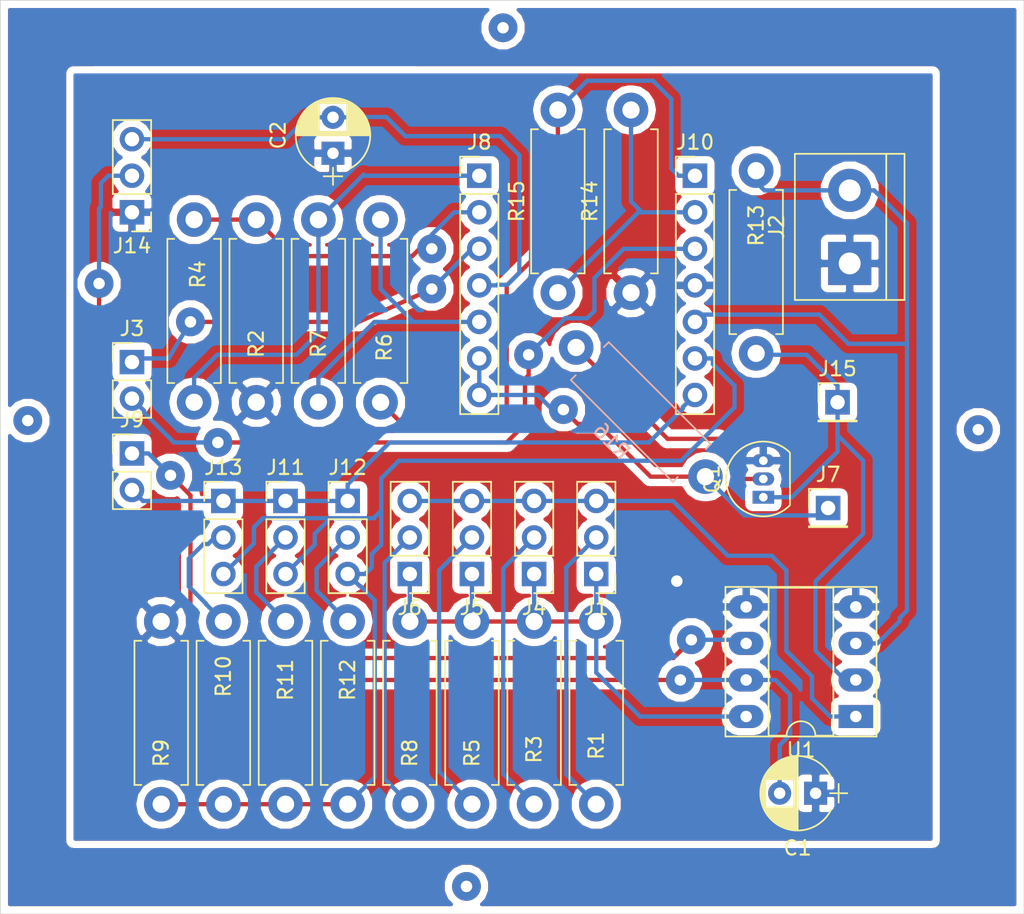
<source format=kicad_pcb>
(kicad_pcb (version 20171130) (host pcbnew 6.0.0-rc1-unknown-445a9fa~66~ubuntu16.04.1)
  (layers (0 F.Cu signal) (31 B.Cu signal) (34 B.Paste user) (35 F.Paste user) (36 B.SilkS user) (37 F.SilkS user hide) (38 B.Mask user) (39 F.Mask user) (44 Edge.Cuts user))
  (net 0 "")
  (net 1 +3V3)
  (net 2 SollarCell-)
  (net 3 +5V)
  (net 4 "Net-(J1-Pad3)")
  (net 5 "Net-(J1-Pad2)")
  (net 6 "Net-(J1-Pad1)")
  (net 7 +3)
  (net 8 +1)
  (net 9 "Net-(J4-Pad2)")
  (net 10 "Net-(J5-Pad2)")
  (net 11 "Net-(J6-Pad2)")
  (net 12 -2)
  (net 13 Out1)
  (net 14 -1)
  (net 15 +2)
  (net 16 ADC1)
  (net 17 ADC2)
  (net 18 -3)
  (net 19 "Net-(J11-Pad2)")
  (net 20 "Net-(J12-Pad2)")
  (net 21 "Net-(J13-Pad2)")
  (net 22 "Net-(J15-Pad1)")
  (net 23 +4)
  (net 24 -4)
  (net 25 Out4)
  (net 26 Vgs)
  (module TO_SOT_Packages_THT:TO-92_Inline_Narrow_Oval (layer F.Cu) (at 221.285 100.58 90)
    (fp_text reference Q1 (at 1.27 -3.56 90) (layer F.SilkS))
    (fp_text value BS170)
    (pad 1 thru_hole rect (at 0 0 270) (size 0.9 1.5) (drill 0.6) (layers *.Cu *.Mask) (net 22 "Net-(J15-Pad1)"))
    (pad 3 thru_hole oval (at 2.54 0 270) (size 0.9 1.5) (drill 0.6) (layers *.Cu *.Mask) (net 2 SollarCell-))
    (pad 2 thru_hole oval (at 1.27 0 270) (size 0.9 1.5) (drill 0.6) (layers *.Cu *.Mask) (net 26 Vgs))
  )
  (module Resistors_THT:R_Axial_DIN0411_L9.9mm_D3.6mm_P12.70mm_Horizontal (layer F.Cu) (at 220.785 77.88 270)
    (fp_text reference R13 (at 3.81 0 270) (layer F.SilkS))
    (fp_text value R)
    (pad 2 thru_hole oval (at 12.7 0 270) (size 2.4 2.4) (drill 1.2) (layers *.Cu *.Mask) (net 22 "Net-(J15-Pad1)"))
    (pad 1 thru_hole circle (at 0 0 270) (size 2.4 2.4) (drill 1.2) (layers *.Cu *.Mask) (net 7 +3))
  )
  (module Housings_DIP:DIP-8_W7.62mm_Socket_LongPads (layer F.Cu) (at 227.711 115.824 180)
    (fp_text reference U1 (at 3.81 -2.33 180) (layer F.SilkS))
    (fp_text value INA128)
    (pad 8 thru_hole oval (at 7.62 0 180) (size 2.4 1.6) (drill 0.8) (layers *.Cu *.Mask) (net 6 "Net-(J1-Pad1)"))
    (pad 4 thru_hole oval (at 0 7.62 180) (size 2.4 1.6) (drill 0.8) (layers *.Cu *.Mask) (net 2 SollarCell-))
    (pad 7 thru_hole oval (at 7.62 2.54 180) (size 2.4 1.6) (drill 0.8) (layers *.Cu *.Mask) (net 1 +3V3))
    (pad 3 thru_hole oval (at 0 5.08 180) (size 2.4 1.6) (drill 0.8) (layers *.Cu *.Mask) (net 7 +3))
    (pad 6 thru_hole oval (at 7.62 5.08 180) (size 2.4 1.6) (drill 0.8) (layers *.Cu *.Mask) (net 16 ADC1))
    (pad 2 thru_hole oval (at 0 2.54 180) (size 2.4 1.6) (drill 0.8) (layers *.Cu *.Mask) (net 22 "Net-(J15-Pad1)"))
    (pad 5 thru_hole oval (at 7.62 7.62 180) (size 2.4 1.6) (drill 0.8) (layers *.Cu *.Mask) (net 2 SollarCell-))
    (pad 1 thru_hole rect (at 0 0 180) (size 2.4 1.6) (drill 0.8) (layers *.Cu *.Mask) (net 4 "Net-(J1-Pad3)"))
  )
  (module Resistors_THT:R_Axial_DIN0411_L9.9mm_D3.6mm_P12.70mm_Horizontal (layer F.Cu) (at 194.691 93.98 90)
    (fp_text reference R6 (at 3.81 0.254 90) (layer F.SilkS))
    (fp_text value 1M)
    (pad 1 thru_hole circle (at 0 0 90) (size 2.4 2.4) (drill 1.2) (layers *.Cu *.Mask) (net 25 Out4))
    (pad 2 thru_hole oval (at 12.7 0 90) (size 2.4 2.4) (drill 1.2) (layers *.Cu *.Mask) (net 15 +2))
  )
  (module Capacitors_THT:CP_Radial_D5.0mm_P2.50mm (layer F.Cu) (at 224.917 121.158 180)
    (fp_text reference C1 (at 1.25 -3.81 180) (layer F.SilkS))
    (fp_text value 100nF)
    (pad 2 thru_hole circle (at 2.5 0 180) (size 1.6 1.6) (drill 0.8) (layers *.Cu *.Mask) (net 1 +3V3))
    (pad 1 thru_hole rect (at 0 0 180) (size 1.6 1.6) (drill 0.8) (layers *.Cu *.Mask) (net 2 SollarCell-))
  )
  (module Capacitors_THT:CP_Radial_D5.0mm_P2.50mm (layer F.Cu) (at 191.385 76.67 90)
    (fp_text reference C2 (at 1.25 -3.81 90) (layer F.SilkS))
    (fp_text value 100nF)
    (pad 1 thru_hole rect (at 0 0 90) (size 1.6 1.6) (drill 0.8) (layers *.Cu *.Mask) (net 2 SollarCell-))
    (pad 2 thru_hole circle (at 2.5 0 90) (size 1.6 1.6) (drill 0.8) (layers *.Cu *.Mask) (net 3 +5V))
  )
  (module Pin_Headers:Pin_Header_Straight_1x03_Pitch2.54mm (layer F.Cu) (at 209.677 105.918 180)
    (fp_text reference J1 (at 0 -2.33 180) (layer F.SilkS))
    (fp_text value Conn_01x03)
    (pad 3 thru_hole oval (at 0 5.08 180) (size 1.7 1.7) (drill 1) (layers *.Cu *.Mask) (net 4 "Net-(J1-Pad3)"))
    (pad 2 thru_hole oval (at 0 2.54 180) (size 1.7 1.7) (drill 1) (layers *.Cu *.Mask) (net 5 "Net-(J1-Pad2)"))
    (pad 1 thru_hole rect (at 0 0 180) (size 1.7 1.7) (drill 1) (layers *.Cu *.Mask) (net 6 "Net-(J1-Pad1)"))
  )
  (module TerminalBlock:TerminalBlock_bornier-2_P5.08mm (layer F.Cu) (at 227.285 84.328 90)
    (fp_text reference J2 (at 2.54 -5.08 90) (layer F.SilkS))
    (fp_text value "Sollar Cell")
    (pad 2 thru_hole circle (at 5.08 0 90) (size 3 3) (drill 1.52) (layers *.Cu *.Mask) (net 7 +3))
    (pad 1 thru_hole rect (at 0 0 90) (size 3 3) (drill 1.52) (layers *.Cu *.Mask) (net 2 SollarCell-))
  )
  (module Pin_Headers:Pin_Header_Straight_1x02_Pitch2.54mm (layer F.Cu) (at 177.419 91.186)
    (fp_text reference J3 (at 0 -2.33) (layer F.SilkS))
    (fp_text value DAC)
    (pad 2 thru_hole oval (at 0 2.54) (size 1.7 1.7) (drill 1) (layers *.Cu *.Mask) (net 23 +4))
    (pad 1 thru_hole rect (at 0 0) (size 1.7 1.7) (drill 1) (layers *.Cu *.Mask) (net 8 +1))
  )
  (module Pin_Headers:Pin_Header_Straight_1x03_Pitch2.54mm (layer F.Cu) (at 205.359 105.918 180)
    (fp_text reference J4 (at 0 -2.33 180) (layer F.SilkS))
    (fp_text value Conn_01x03)
    (pad 1 thru_hole rect (at 0 0 180) (size 1.7 1.7) (drill 1) (layers *.Cu *.Mask) (net 6 "Net-(J1-Pad1)"))
    (pad 2 thru_hole oval (at 0 2.54 180) (size 1.7 1.7) (drill 1) (layers *.Cu *.Mask) (net 9 "Net-(J4-Pad2)"))
    (pad 3 thru_hole oval (at 0 5.08 180) (size 1.7 1.7) (drill 1) (layers *.Cu *.Mask) (net 4 "Net-(J1-Pad3)"))
  )
  (module Pin_Headers:Pin_Header_Straight_1x03_Pitch2.54mm (layer F.Cu) (at 201.041 105.918 180)
    (fp_text reference J5 (at 0 -2.33 180) (layer F.SilkS))
    (fp_text value Conn_01x03)
    (pad 1 thru_hole rect (at 0 0 180) (size 1.7 1.7) (drill 1) (layers *.Cu *.Mask) (net 6 "Net-(J1-Pad1)"))
    (pad 2 thru_hole oval (at 0 2.54 180) (size 1.7 1.7) (drill 1) (layers *.Cu *.Mask) (net 10 "Net-(J5-Pad2)"))
    (pad 3 thru_hole oval (at 0 5.08 180) (size 1.7 1.7) (drill 1) (layers *.Cu *.Mask) (net 4 "Net-(J1-Pad3)"))
  )
  (module Pin_Headers:Pin_Header_Straight_1x03_Pitch2.54mm (layer F.Cu) (at 196.723 105.918 180)
    (fp_text reference J6 (at 0 -2.33 180) (layer F.SilkS))
    (fp_text value Conn_01x03)
    (pad 3 thru_hole oval (at 0 5.08 180) (size 1.7 1.7) (drill 1) (layers *.Cu *.Mask) (net 4 "Net-(J1-Pad3)"))
    (pad 2 thru_hole oval (at 0 2.54 180) (size 1.7 1.7) (drill 1) (layers *.Cu *.Mask) (net 11 "Net-(J6-Pad2)"))
    (pad 1 thru_hole rect (at 0 0 180) (size 1.7 1.7) (drill 1) (layers *.Cu *.Mask) (net 6 "Net-(J1-Pad1)"))
  )
  (module Pin_Headers:Pin_Header_Straight_1x01_Pitch2.54mm (layer F.Cu) (at 225.785 101.33)
    (fp_text reference J7 (at 0 -2.33) (layer F.SilkS))
    (fp_text value "Test VGS")
    (pad 1 thru_hole rect (at 0 0) (size 1.7 1.7) (drill 1) (layers *.Cu *.Mask) (net 12 -2))
  )
  (module Pin_Headers:Pin_Header_Straight_1x07_Pitch2.54mm (layer F.Cu) (at 201.549 78.232)
    (fp_text reference J8 (at 0 -2.33) (layer F.SilkS))
    (fp_text value Conn_01x07)
    (pad 1 thru_hole rect (at 0 0) (size 1.7 1.7) (drill 1) (layers *.Cu *.Mask) (net 13 Out1))
    (pad 2 thru_hole oval (at 0 2.54) (size 1.7 1.7) (drill 1) (layers *.Cu *.Mask) (net 14 -1))
    (pad 3 thru_hole oval (at 0 5.08) (size 1.7 1.7) (drill 1) (layers *.Cu *.Mask) (net 8 +1))
    (pad 4 thru_hole oval (at 0 7.62) (size 1.7 1.7) (drill 1) (layers *.Cu *.Mask) (net 3 +5V))
    (pad 5 thru_hole oval (at 0 10.16) (size 1.7 1.7) (drill 1) (layers *.Cu *.Mask) (net 15 +2))
    (pad 6 thru_hole oval (at 0 12.7) (size 1.7 1.7) (drill 1) (layers *.Cu *.Mask) (net 12 -2))
    (pad 7 thru_hole oval (at 0 15.24) (size 1.7 1.7) (drill 1) (layers *.Cu *.Mask) (net 12 -2))
  )
  (module Pin_Headers:Pin_Header_Straight_1x02_Pitch2.54mm (layer F.Cu) (at 177.419 97.536)
    (fp_text reference J9 (at 0 -2.33) (layer F.SilkS))
    (fp_text value ADC)
    (pad 1 thru_hole rect (at 0 0) (size 1.7 1.7) (drill 1) (layers *.Cu *.Mask) (net 16 ADC1))
    (pad 2 thru_hole oval (at 0 2.54) (size 1.7 1.7) (drill 1) (layers *.Cu *.Mask) (net 17 ADC2))
  )
  (module Pin_Headers:Pin_Header_Straight_1x07_Pitch2.54mm (layer F.Cu) (at 216.535 78.232)
    (fp_text reference J10 (at 0 -2.33) (layer F.SilkS))
    (fp_text value Conn_01x07)
    (pad 7 thru_hole oval (at 0 15.24) (size 1.7 1.7) (drill 1) (layers *.Cu *.Mask) (net 17 ADC2))
    (pad 6 thru_hole oval (at 0 12.7) (size 1.7 1.7) (drill 1) (layers *.Cu *.Mask) (net 18 -3))
    (pad 5 thru_hole oval (at 0 10.16) (size 1.7 1.7) (drill 1) (layers *.Cu *.Mask) (net 7 +3))
    (pad 4 thru_hole oval (at 0 7.62) (size 1.7 1.7) (drill 1) (layers *.Cu *.Mask) (net 2 SollarCell-))
    (pad 3 thru_hole oval (at 0 5.08) (size 1.7 1.7) (drill 1) (layers *.Cu *.Mask) (net 23 +4))
    (pad 2 thru_hole oval (at 0 2.54) (size 1.7 1.7) (drill 1) (layers *.Cu *.Mask) (net 24 -4))
    (pad 1 thru_hole rect (at 0 0) (size 1.7 1.7) (drill 1) (layers *.Cu *.Mask) (net 25 Out4))
  )
  (module Pin_Headers:Pin_Header_Straight_1x03_Pitch2.54mm (layer F.Cu) (at 188.087 100.838)
    (fp_text reference J11 (at 0 -2.33) (layer F.SilkS))
    (fp_text value Conn_01x03)
    (pad 1 thru_hole rect (at 0 0) (size 1.7 1.7) (drill 1) (layers *.Cu *.Mask) (net 17 ADC2))
    (pad 2 thru_hole oval (at 0 2.54) (size 1.7 1.7) (drill 1) (layers *.Cu *.Mask) (net 19 "Net-(J11-Pad2)"))
    (pad 3 thru_hole oval (at 0 5.08) (size 1.7 1.7) (drill 1) (layers *.Cu *.Mask) (net 18 -3))
  )
  (module Pin_Headers:Pin_Header_Straight_1x03_Pitch2.54mm (layer F.Cu) (at 192.405 100.838)
    (fp_text reference J12 (at 0 -2.33) (layer F.SilkS))
    (fp_text value Conn_01x03)
    (pad 3 thru_hole oval (at 0 5.08) (size 1.7 1.7) (drill 1) (layers *.Cu *.Mask) (net 18 -3))
    (pad 2 thru_hole oval (at 0 2.54) (size 1.7 1.7) (drill 1) (layers *.Cu *.Mask) (net 20 "Net-(J12-Pad2)"))
    (pad 1 thru_hole rect (at 0 0) (size 1.7 1.7) (drill 1) (layers *.Cu *.Mask) (net 17 ADC2))
  )
  (module Pin_Headers:Pin_Header_Straight_1x03_Pitch2.54mm (layer F.Cu) (at 183.769 100.838)
    (fp_text reference J13 (at 0 -2.33) (layer F.SilkS))
    (fp_text value Conn_01x03)
    (pad 3 thru_hole oval (at 0 5.08) (size 1.7 1.7) (drill 1) (layers *.Cu *.Mask) (net 18 -3))
    (pad 2 thru_hole oval (at 0 2.54) (size 1.7 1.7) (drill 1) (layers *.Cu *.Mask) (net 21 "Net-(J13-Pad2)"))
    (pad 1 thru_hole rect (at 0 0) (size 1.7 1.7) (drill 1) (layers *.Cu *.Mask) (net 17 ADC2))
  )
  (module Pin_Headers:Pin_Header_Straight_1x03_Pitch2.54mm (layer F.Cu) (at 177.419 80.772 180)
    (fp_text reference J14 (at 0 -2.33 180) (layer F.SilkS))
    (fp_text value Source)
    (pad 1 thru_hole rect (at 0 0 180) (size 1.7 1.7) (drill 1) (layers *.Cu *.Mask) (net 2 SollarCell-))
    (pad 2 thru_hole oval (at 0 2.54 180) (size 1.7 1.7) (drill 1) (layers *.Cu *.Mask) (net 1 +3V3))
    (pad 3 thru_hole oval (at 0 5.08 180) (size 1.7 1.7) (drill 1) (layers *.Cu *.Mask) (net 3 +5V))
  )
  (module Pin_Headers:Pin_Header_Straight_1x01_Pitch2.54mm (layer F.Cu) (at 226.441 93.98)
    (fp_text reference J15 (at 0 -2.33) (layer F.SilkS))
    (fp_text value "Test VDS")
    (pad 1 thru_hole rect (at 0 0) (size 1.7 1.7) (drill 1) (layers *.Cu *.Mask) (net 22 "Net-(J15-Pad1)"))
  )
  (module Resistors_THT:R_Axial_DIN0411_L9.9mm_D3.6mm_P12.70mm_Horizontal (layer F.Cu) (at 209.677 121.92 90)
    (fp_text reference R1 (at 4.064 0 90) (layer F.SilkS))
    (fp_text value 1M)
    (pad 2 thru_hole oval (at 12.7 0 90) (size 2.4 2.4) (drill 1.2) (layers *.Cu *.Mask) (net 6 "Net-(J1-Pad1)"))
    (pad 1 thru_hole circle (at 0 0 90) (size 2.4 2.4) (drill 1.2) (layers *.Cu *.Mask) (net 5 "Net-(J1-Pad2)"))
  )
  (module Resistors_THT:R_Axial_DIN0411_L9.9mm_D3.6mm_P12.70mm_Horizontal (layer F.Cu) (at 186.055 93.98 90)
    (fp_text reference R2 (at 4.064 0 90) (layer F.SilkS))
    (fp_text value 100k)
    (pad 2 thru_hole oval (at 12.7 0 90) (size 2.4 2.4) (drill 1.2) (layers *.Cu *.Mask) (net 14 -1))
    (pad 1 thru_hole circle (at 0 0 90) (size 2.4 2.4) (drill 1.2) (layers *.Cu *.Mask) (net 2 SollarCell-))
  )
  (module Resistors_THT:R_Axial_DIN0411_L9.9mm_D3.6mm_P12.70mm_Horizontal (layer F.Cu) (at 205.359 121.92 90)
    (fp_text reference R3 (at 3.81 0 90) (layer F.SilkS))
    (fp_text value 7.1k)
    (pad 2 thru_hole oval (at 12.7 0 90) (size 2.4 2.4) (drill 1.2) (layers *.Cu *.Mask) (net 6 "Net-(J1-Pad1)"))
    (pad 1 thru_hole circle (at 0 0 90) (size 2.4 2.4) (drill 1.2) (layers *.Cu *.Mask) (net 9 "Net-(J4-Pad2)"))
  )
  (module Resistors_THT:R_Axial_DIN0411_L9.9mm_D3.6mm_P12.70mm_Horizontal (layer F.Cu) (at 181.737 81.28 270)
    (fp_text reference R4 (at 3.81 -0.254 270) (layer F.SilkS))
    (fp_text value 51k)
    (pad 1 thru_hole circle (at 0 0 270) (size 2.4 2.4) (drill 1.2) (layers *.Cu *.Mask) (net 14 -1))
    (pad 2 thru_hole oval (at 12.7 0 270) (size 2.4 2.4) (drill 1.2) (layers *.Cu *.Mask) (net 13 Out1))
  )
  (module Resistors_THT:R_Axial_DIN0411_L9.9mm_D3.6mm_P12.70mm_Horizontal (layer F.Cu) (at 201.041 121.92 90)
    (fp_text reference R5 (at 3.556 0 90) (layer F.SilkS))
    (fp_text value 609)
    (pad 2 thru_hole oval (at 12.7 0 90) (size 2.4 2.4) (drill 1.2) (layers *.Cu *.Mask) (net 6 "Net-(J1-Pad1)"))
    (pad 1 thru_hole circle (at 0 0 90) (size 2.4 2.4) (drill 1.2) (layers *.Cu *.Mask) (net 10 "Net-(J5-Pad2)"))
  )
  (module Resistors_THT:R_Axial_DIN0411_L9.9mm_D3.6mm_P12.70mm_Horizontal (layer F.Cu) (at 190.373 93.98 90)
    (fp_text reference R7 (at 4.064 0 90) (layer F.SilkS))
    (fp_text value 100k)
    (pad 1 thru_hole circle (at 0 0 90) (size 2.4 2.4) (drill 1.2) (layers *.Cu *.Mask) (net 15 +2))
    (pad 2 thru_hole oval (at 12.7 0 90) (size 2.4 2.4) (drill 1.2) (layers *.Cu *.Mask) (net 13 Out1))
  )
  (module Resistors_THT:R_Axial_DIN0411_L9.9mm_D3.6mm_P12.70mm_Horizontal (layer F.Cu) (at 196.723 121.92 90)
    (fp_text reference R8 (at 3.556 0 90) (layer F.SilkS))
    (fp_text value 60)
    (pad 1 thru_hole circle (at 0 0 90) (size 2.4 2.4) (drill 1.2) (layers *.Cu *.Mask) (net 11 "Net-(J6-Pad2)"))
    (pad 2 thru_hole oval (at 12.7 0 90) (size 2.4 2.4) (drill 1.2) (layers *.Cu *.Mask) (net 6 "Net-(J1-Pad1)"))
  )
  (module Resistors_THT:R_Axial_DIN0411_L9.9mm_D3.6mm_P12.70mm_Horizontal (layer F.Cu) (at 179.451 109.22 270)
    (fp_text reference R9 (at 9.144 0 270) (layer F.SilkS))
    (fp_text value 10k)
    (pad 2 thru_hole oval (at 12.7 0 270) (size 2.4 2.4) (drill 1.2) (layers *.Cu *.Mask) (net 18 -3))
    (pad 1 thru_hole circle (at 0 0 270) (size 2.4 2.4) (drill 1.2) (layers *.Cu *.Mask) (net 2 SollarCell-))
  )
  (module Resistors_THT:R_Axial_DIN0411_L9.9mm_D3.6mm_P12.70mm_Horizontal (layer F.Cu) (at 183.769 121.92 90)
    (fp_text reference R10 (at 8.89 0 90) (layer F.SilkS))
    (fp_text value 23k)
    (pad 1 thru_hole circle (at 0 0 90) (size 2.4 2.4) (drill 1.2) (layers *.Cu *.Mask) (net 18 -3))
    (pad 2 thru_hole oval (at 12.7 0 90) (size 2.4 2.4) (drill 1.2) (layers *.Cu *.Mask) (net 21 "Net-(J13-Pad2)"))
  )
  (module Resistors_THT:R_Axial_DIN0411_L9.9mm_D3.6mm_P12.70mm_Horizontal (layer F.Cu) (at 188.087 121.92 90)
    (fp_text reference R11 (at 8.636 0 90) (layer F.SilkS))
    (fp_text value 320k)
    (pad 2 thru_hole oval (at 12.7 0 90) (size 2.4 2.4) (drill 1.2) (layers *.Cu *.Mask) (net 19 "Net-(J11-Pad2)"))
    (pad 1 thru_hole circle (at 0 0 90) (size 2.4 2.4) (drill 1.2) (layers *.Cu *.Mask) (net 18 -3))
  )
  (module Resistors_THT:R_Axial_DIN0411_L9.9mm_D3.6mm_P12.70mm_Horizontal (layer F.Cu) (at 192.405 121.92 90)
    (fp_text reference R12 (at 8.636 0 90) (layer F.SilkS))
    (fp_text value 100)
    (pad 1 thru_hole circle (at 0 0 90) (size 2.4 2.4) (drill 1.2) (layers *.Cu *.Mask) (net 18 -3))
    (pad 2 thru_hole oval (at 12.7 0 90) (size 2.4 2.4) (drill 1.2) (layers *.Cu *.Mask) (net 20 "Net-(J12-Pad2)"))
  )
  (module Resistors_THT:R_Axial_DIN0411_L9.9mm_D3.6mm_P12.70mm_Horizontal (layer F.Cu) (at 212.09 86.36 90)
    (fp_text reference R14 (at 6.35 -2.86 90) (layer F.SilkS))
    (fp_text value 100k)
    (pad 1 thru_hole circle (at 0 0 90) (size 2.4 2.4) (drill 1.2) (layers *.Cu *.Mask) (net 2 SollarCell-))
    (pad 2 thru_hole oval (at 12.7 0 90) (size 2.4 2.4) (drill 1.2) (layers *.Cu *.Mask) (net 24 -4))
  )
  (module Resistors_THT:R_Axial_DIN0411_L9.9mm_D3.6mm_P12.70mm_Horizontal (layer F.Cu) (at 207.01 86.36 90)
    (fp_text reference R15 (at 6.35 -2.86 90) (layer F.SilkS))
    (fp_text value 51k)
    (pad 2 thru_hole oval (at 12.7 0 90) (size 2.4 2.4) (drill 1.2) (layers *.Cu *.Mask) (net 25 Out4))
    (pad 1 thru_hole circle (at 0 0 90) (size 2.4 2.4) (drill 1.2) (layers *.Cu *.Mask) (net 24 -4))
  )
  (module Resistors_THT:R_Axial_DIN0411_L9.9mm_D3.6mm_P12.70mm_Horizontal (layer B.Cu) (at 208.28 90.17 315)
    (fp_text reference R16 (at 6.35 2.859999 315) (layer B.SilkS) (effects (justify mirror)))
    (fp_text value 1k)
    (pad 2 thru_hole oval (at 12.7 0 315) (size 2.4 2.4) (drill 1.2) (layers *.Cu *.Mask) (net 12 -2))
    (pad 1 thru_hole circle (at 0 0 315) (size 2.4 2.4) (drill 1.2) (layers *.Cu *.Mask) (net 26 Vgs))
  )
  (gr_line (start 168.275 129.54) (end 168.275 66.04) (layer Edge.Cuts) (width 0.05))
  (gr_line (start 239.395 129.54) (end 168.275 129.54) (layer Edge.Cuts) (width 0.05))
  (gr_line (start 239.395 66.04) (end 239.395 129.54) (layer Edge.Cuts) (width 0.05))
  (gr_line (start 168.275 66.04) (end 239.395 66.04) (layer Edge.Cuts) (width 0.05))
  (gr_text "Medidor IV - V0.2" (at 185.928 69.088) (layer F.Cu) (effects (font (size 1.5 1.5) (thickness 0.3))))
  (via (at 236.22 95.885) (size 2) (drill 0.8) (layers F.Cu B.Cu) (net 0))
  (via (at 200.66 127.635) (size 2) (drill 0.8) (layers F.Cu B.Cu) (net 0))
  (via (at 170.18 95.25) (size 2) (drill 0.8) (layers F.Cu B.Cu) (net 0))
  (via (at 203.2 67.945) (size 2) (drill 0.8) (layers F.Cu B.Cu) (net 0))
  (segment (start 178.689 113.284) (end 175.133 109.728) (width 0.3) (layer F.Cu) (net 1))
  (via (at 215.519 113.284) (size 2) (drill 0.8) (layers F.Cu B.Cu) (net 1))
  (segment (start 215.519 113.284) (end 178.689 113.284) (width 0.3) (layer F.Cu) (net 1))
  (segment (start 216.933213 113.284) (end 220.091 113.284) (width 0.3) (layer B.Cu) (net 1))
  (segment (start 215.519 113.284) (end 216.933213 113.284) (width 0.3) (layer B.Cu) (net 1))
  (segment (start 222.123 113.284) (end 220.091 113.284) (width 0.3) (layer B.Cu) (net 1))
  (segment (start 222.417 121.158) (end 222.417 117.816) (width 0.3) (layer B.Cu) (net 1))
  (segment (start 222.417 117.816) (end 223.139 117.094) (width 0.3) (layer B.Cu) (net 1))
  (segment (start 223.139 117.094) (end 223.139 114.3) (width 0.3) (layer B.Cu) (net 1))
  (segment (start 223.139 114.3) (end 222.123 113.284) (width 0.3) (layer B.Cu) (net 1))
  (segment (start 175.133 87.63) (end 175.133 85.725) (width 0.3) (layer F.Cu) (net 1))
  (segment (start 175.133 109.728) (end 175.133 87.63) (width 0.3) (layer F.Cu) (net 1))
  (via (at 175.133 85.725) (size 2) (drill 0.8) (layers F.Cu B.Cu) (net 1))
  (segment (start 175.133 80.518) (end 175.26 80.391) (width 0.3) (layer B.Cu) (net 1))
  (segment (start 175.133 85.725) (end 175.133 80.518) (width 0.3) (layer B.Cu) (net 1))
  (segment (start 175.26 80.391) (end 175.26 78.74) (width 0.3) (layer B.Cu) (net 1))
  (segment (start 175.768 78.232) (end 177.419 78.232) (width 0.3) (layer B.Cu) (net 1))
  (segment (start 175.26 78.74) (end 175.768 78.232) (width 0.3) (layer B.Cu) (net 1))
  (segment (start 227.711 108.204) (end 227.711 107.104) (width 0.3) (layer B.Cu) (net 2))
  (segment (start 220.091 108.204) (end 217.069 108.204) (width 0.3) (layer F.Cu) (net 2))
  (segment (start 217.069 108.204) (end 215.275 106.41) (width 0.3) (layer F.Cu) (net 2))
  (via (at 215.275 106.41) (size 2) (drill 0.8) (layers F.Cu B.Cu) (net 2))
  (segment (start 177.673 75.946) (end 177.419 75.692) (width 0.3) (layer B.Cu) (net 3))
  (segment (start 202.751081 85.852) (end 202.793081 85.81) (width 0.3) (layer B.Cu) (net 3))
  (segment (start 201.549 85.852) (end 202.751081 85.852) (width 0.3) (layer B.Cu) (net 3))
  (segment (start 202.793081 85.81) (end 203.505 85.81) (width 0.3) (layer B.Cu) (net 3))
  (segment (start 203.505 85.81) (end 204.335 84.98) (width 0.3) (layer B.Cu) (net 3))
  (segment (start 204.335 84.98) (end 204.335 76.81) (width 0.3) (layer B.Cu) (net 3))
  (segment (start 204.335 76.81) (end 203.003 75.478) (width 0.3) (layer B.Cu) (net 3))
  (segment (start 177.633 75.478) (end 177.419 75.692) (width 0.3) (layer B.Cu) (net 3))
  (segment (start 189.605 74.17) (end 191.385 74.17) (width 0.3) (layer B.Cu) (net 3))
  (segment (start 188.083 75.692) (end 189.605 74.17) (width 0.3) (layer B.Cu) (net 3))
  (segment (start 177.419 75.692) (end 188.083 75.692) (width 0.3) (layer B.Cu) (net 3))
  (segment (start 192.51637 74.17) (end 192.53637 74.15) (width 0.3) (layer B.Cu) (net 3))
  (segment (start 191.385 74.17) (end 192.51637 74.17) (width 0.3) (layer B.Cu) (net 3))
  (segment (start 195.087 74.15) (end 196.415 75.478) (width 0.3) (layer B.Cu) (net 3))
  (segment (start 192.53637 74.15) (end 195.087 74.15) (width 0.3) (layer B.Cu) (net 3))
  (segment (start 203.003 75.478) (end 196.415 75.478) (width 0.3) (layer B.Cu) (net 3))
  (segment (start 196.723 100.838) (end 201.041 100.838) (width 0.3) (layer B.Cu) (net 4))
  (segment (start 202.243081 100.838) (end 205.359 100.838) (width 0.3) (layer B.Cu) (net 4))
  (segment (start 201.041 100.838) (end 202.243081 100.838) (width 0.3) (layer B.Cu) (net 4))
  (segment (start 206.561081 100.838) (end 209.677 100.838) (width 0.3) (layer B.Cu) (net 4))
  (segment (start 205.359 100.838) (end 206.561081 100.838) (width 0.3) (layer B.Cu) (net 4))
  (segment (start 209.677 100.838) (end 210.879081 100.838) (width 0.3) (layer B.Cu) (net 4))
  (segment (start 210.879081 100.838) (end 215.011 100.838) (width 0.3) (layer B.Cu) (net 4))
  (segment (start 215.011 100.838) (end 218.821 104.648) (width 0.3) (layer B.Cu) (net 4))
  (segment (start 222.885 111.252) (end 222.885 105.664) (width 0.3) (layer B.Cu) (net 4))
  (segment (start 224.663 113.03) (end 222.885 111.252) (width 0.3) (layer B.Cu) (net 4))
  (segment (start 224.663 114.554) (end 224.663 113.03) (width 0.3) (layer B.Cu) (net 4))
  (segment (start 222.885 105.664) (end 221.869 104.648) (width 0.3) (layer B.Cu) (net 4))
  (segment (start 227.711 115.824) (end 225.933 115.824) (width 0.3) (layer B.Cu) (net 4))
  (segment (start 218.821 104.648) (end 221.869 104.648) (width 0.3) (layer B.Cu) (net 4))
  (segment (start 225.933 115.824) (end 224.663 114.554) (width 0.3) (layer B.Cu) (net 4))
  (segment (start 209.677 103.378) (end 207.5688 105.4862) (width 0.3) (layer B.Cu) (net 5))
  (segment (start 208.477001 120.720001) (end 208.464301 120.720001) (width 0.3) (layer B.Cu) (net 5))
  (segment (start 209.677 121.92) (end 208.477001 120.720001) (width 0.3) (layer B.Cu) (net 5))
  (segment (start 208.464301 120.720001) (end 207.5942 119.8499) (width 0.3) (layer B.Cu) (net 5))
  (segment (start 207.5942 105.5116) (end 207.5688 105.4862) (width 0.3) (layer B.Cu) (net 5))
  (segment (start 207.5942 119.8499) (end 207.5942 105.5116) (width 0.3) (layer B.Cu) (net 5))
  (segment (start 209.677 109.22) (end 209.677 105.918) (width 0.3) (layer B.Cu) (net 6))
  (segment (start 205.359 109.22) (end 205.359 105.918) (width 0.3) (layer B.Cu) (net 6))
  (segment (start 201.041 109.22) (end 201.041 105.918) (width 0.3) (layer B.Cu) (net 6))
  (segment (start 196.723 109.22) (end 196.723 105.918) (width 0.3) (layer B.Cu) (net 6))
  (segment (start 196.723 109.22) (end 201.041 109.22) (width 0.3) (layer F.Cu) (net 6))
  (segment (start 201.041 109.22) (end 205.359 109.22) (width 0.3) (layer F.Cu) (net 6))
  (segment (start 205.359 109.22) (end 209.677 109.22) (width 0.3) (layer F.Cu) (net 6))
  (segment (start 209.677 112.776) (end 209.677 109.22) (width 0.3) (layer B.Cu) (net 6))
  (segment (start 212.725 115.824) (end 209.677 112.776) (width 0.3) (layer B.Cu) (net 6))
  (segment (start 220.091 115.824) (end 212.725 115.824) (width 0.3) (layer B.Cu) (net 6))
  (segment (start 221.361 79.248) (end 220.091 77.978) (width 0.3) (layer B.Cu) (net 7))
  (segment (start 226.441 79.248) (end 221.361 79.248) (width 0.3) (layer B.Cu) (net 7))
  (segment (start 227.711 110.744) (end 228.111 110.744) (width 0.3) (layer B.Cu) (net 7))
  (segment (start 229.211 110.744) (end 230.759 109.196) (width 0.3) (layer B.Cu) (net 7))
  (segment (start 227.711 110.744) (end 229.211 110.744) (width 0.3) (layer B.Cu) (net 7))
  (segment (start 230.759 109.196) (end 230.759 108.966) (width 0.3) (layer B.Cu) (net 7))
  (segment (start 230.759 108.966) (end 231.267 108.458) (width 0.3) (layer B.Cu) (net 7))
  (segment (start 228.981 79.248) (end 226.441 79.248) (width 0.3) (layer B.Cu) (net 7))
  (segment (start 231.267 81.534) (end 228.981 79.248) (width 0.3) (layer B.Cu) (net 7))
  (segment (start 231.267 89.736002) (end 231.267 81.534) (width 0.3) (layer B.Cu) (net 7))
  (segment (start 215.959081 88.392) (end 216.467081 87.884) (width 0.3) (layer B.Cu) (net 7))
  (segment (start 216.467081 87.884) (end 225.171 87.884) (width 0.3) (layer B.Cu) (net 7))
  (segment (start 227.203 89.916) (end 231.267 89.916) (width 0.3) (layer B.Cu) (net 7))
  (segment (start 231.267 89.916) (end 231.267 89.736002) (width 0.3) (layer B.Cu) (net 7))
  (segment (start 225.171 87.884) (end 227.203 89.916) (width 0.3) (layer B.Cu) (net 7))
  (segment (start 231.267 108.458) (end 231.267 89.916) (width 0.3) (layer B.Cu) (net 7))
  (via (at 198.247 86.106) (size 2) (drill 0.8) (layers F.Cu B.Cu) (net 8))
  (segment (start 201.041 83.312) (end 201.549 83.312) (width 0.3) (layer B.Cu) (net 8))
  (segment (start 198.247 86.106) (end 201.041 83.312) (width 0.3) (layer B.Cu) (net 8))
  (via (at 181.483 88.392) (size 2) (drill 0.8) (layers F.Cu B.Cu) (net 8))
  (segment (start 193.167 88.392) (end 198.247 86.106) (width 0.3) (layer F.Cu) (net 8))
  (segment (start 181.483 88.392) (end 193.167 88.392) (width 0.3) (layer F.Cu) (net 8))
  (segment (start 177.927 90.932) (end 177.419 91.44) (width 0.3) (layer B.Cu) (net 8))
  (segment (start 179.959 90.932) (end 177.927 90.932) (width 0.3) (layer B.Cu) (net 8))
  (segment (start 181.483 88.392) (end 179.959 90.932) (width 0.3) (layer B.Cu) (net 8))
  (segment (start 203.2127 105.5243) (end 204.509001 104.227999) (width 0.3) (layer B.Cu) (net 9))
  (segment (start 205.359 121.92) (end 203.808999 120.369999) (width 0.3) (layer B.Cu) (net 9))
  (segment (start 203.808999 120.369999) (end 203.770899 120.369999) (width 0.3) (layer B.Cu) (net 9))
  (segment (start 203.770899 120.369999) (end 203.2127 119.8118) (width 0.3) (layer B.Cu) (net 9))
  (segment (start 204.509001 104.227999) (end 205.359 103.378) (width 0.3) (layer B.Cu) (net 9))
  (segment (start 203.2127 119.8118) (end 203.2127 105.5243) (width 0.3) (layer B.Cu) (net 9))
  (segment (start 200.191001 104.227999) (end 201.041 103.378) (width 0.3) (layer B.Cu) (net 10))
  (segment (start 198.755 105.664) (end 200.191001 104.227999) (width 0.3) (layer B.Cu) (net 10))
  (segment (start 198.755 119.634) (end 198.755 105.664) (width 0.3) (layer B.Cu) (net 10))
  (segment (start 201.041 121.92) (end 198.755 119.634) (width 0.3) (layer B.Cu) (net 10))
  (segment (start 196.723 121.92) (end 195.172999 120.369999) (width 0.3) (layer B.Cu) (net 11))
  (segment (start 196.723 103.378) (end 194.975 105.126) (width 0.3) (layer B.Cu) (net 11))
  (segment (start 194.975 120.172) (end 195.172999 120.369999) (width 0.3) (layer B.Cu) (net 11))
  (segment (start 194.975 105.126) (end 194.975 120.172) (width 0.3) (layer B.Cu) (net 11))
  (segment (start 201.549 93.472) (end 201.549 90.932) (width 0.3) (layer B.Cu) (net 12))
  (segment (start 201.549 93.472) (end 205.613 93.472) (width 0.3) (layer B.Cu) (net 12))
  (segment (start 205.613 93.472) (end 206.883 94.742) (width 0.3) (layer B.Cu) (net 12))
  (via (at 207.391 94.488) (size 2) (drill 0.8) (layers F.Cu B.Cu) (net 12))
  (segment (start 207.137 94.488) (end 207.391 94.488) (width 0.3) (layer B.Cu) (net 12))
  (segment (start 206.883 94.742) (end 207.137 94.488) (width 0.3) (layer B.Cu) (net 12))
  (segment (start 218.460255 100.350255) (end 217.260256 99.150256) (width 0.3) (layer B.Cu) (net 12))
  (segment (start 225.26899 101.84601) (end 219.95601 101.84601) (width 0.3) (layer B.Cu) (net 12))
  (segment (start 219.95601 101.84601) (end 218.460255 100.350255) (width 0.3) (layer B.Cu) (net 12))
  (segment (start 225.785 101.33) (end 225.26899 101.84601) (width 0.3) (layer B.Cu) (net 12))
  (segment (start 213.450256 99.150256) (end 217.260256 99.150256) (width 0.3) (layer F.Cu) (net 12))
  (segment (start 209.787999 95.487999) (end 213.450256 99.150256) (width 0.3) (layer F.Cu) (net 12))
  (segment (start 208.390999 95.487999) (end 209.787999 95.487999) (width 0.3) (layer F.Cu) (net 12))
  (segment (start 207.391 94.488) (end 208.390999 95.487999) (width 0.3) (layer F.Cu) (net 12))
  (segment (start 191.572999 80.080001) (end 190.373 81.28) (width 0.3) (layer B.Cu) (net 13))
  (segment (start 190.373 81.28) (end 190.373 85.598) (width 0.3) (layer B.Cu) (net 13))
  (segment (start 181.737 93.98) (end 181.737 92.282944) (width 0.3) (layer B.Cu) (net 13))
  (segment (start 188.849 90.678) (end 190.373 89.154) (width 0.3) (layer B.Cu) (net 13))
  (segment (start 181.737 92.282944) (end 183.341944 90.678) (width 0.3) (layer B.Cu) (net 13))
  (segment (start 183.341944 90.678) (end 188.849 90.678) (width 0.3) (layer B.Cu) (net 13))
  (segment (start 190.373 89.154) (end 190.373 85.598) (width 0.3) (layer B.Cu) (net 13))
  (segment (start 191.572999 80.080001) (end 191.584999 80.080001) (width 0.3) (layer B.Cu) (net 13))
  (segment (start 191.584999 80.080001) (end 193.505 78.16) (width 0.3) (layer B.Cu) (net 13))
  (segment (start 193.577 78.232) (end 201.549 78.232) (width 0.3) (layer B.Cu) (net 13))
  (segment (start 193.505 78.16) (end 193.577 78.232) (width 0.3) (layer B.Cu) (net 13))
  (segment (start 183.434056 81.28) (end 186.055 81.28) (width 0.3) (layer F.Cu) (net 14))
  (segment (start 181.737 81.28) (end 183.434056 81.28) (width 0.3) (layer F.Cu) (net 14))
  (segment (start 197.398472 83.312) (end 196.890472 83.82) (width 0.3) (layer F.Cu) (net 14))
  (segment (start 198.247 83.312) (end 197.398472 83.312) (width 0.3) (layer F.Cu) (net 14))
  (segment (start 188.595 83.82) (end 188.341 83.566) (width 0.3) (layer F.Cu) (net 14))
  (segment (start 196.890472 83.82) (end 188.595 83.82) (width 0.3) (layer F.Cu) (net 14))
  (segment (start 186.055 81.28) (end 188.341 83.566) (width 0.3) (layer F.Cu) (net 14))
  (via (at 198.247 83.312) (size 2) (drill 0.8) (layers F.Cu B.Cu) (net 14))
  (segment (start 198.247 83.312) (end 198.247 82.328) (width 0.3) (layer B.Cu) (net 14))
  (segment (start 199.803 80.772) (end 201.549 80.772) (width 0.3) (layer B.Cu) (net 14))
  (segment (start 198.247 82.328) (end 199.803 80.772) (width 0.3) (layer B.Cu) (net 14))
  (segment (start 194.691 86.106) (end 196.977 88.392) (width 0.3) (layer B.Cu) (net 15))
  (segment (start 196.977 88.392) (end 201.549 88.392) (width 0.3) (layer B.Cu) (net 15))
  (segment (start 194.691 81.28) (end 194.691 86.106) (width 0.3) (layer B.Cu) (net 15))
  (segment (start 194.263944 88.392) (end 196.977 88.392) (width 0.3) (layer B.Cu) (net 15))
  (segment (start 190.373 92.282944) (end 194.263944 88.392) (width 0.3) (layer B.Cu) (net 15))
  (segment (start 190.373 93.98) (end 190.373 92.282944) (width 0.3) (layer B.Cu) (net 15))
  (segment (start 215.035 111.76) (end 206.375 111.76) (width 0.3) (layer F.Cu) (net 16))
  (segment (start 181.483 100.45) (end 181.483 109.982) (width 0.3) (layer F.Cu) (net 16))
  (segment (start 183.261 111.76) (end 183.769 111.76) (width 0.3) (layer F.Cu) (net 16))
  (segment (start 181.483 109.982) (end 183.261 111.76) (width 0.3) (layer F.Cu) (net 16))
  (segment (start 183.769 111.76) (end 183.515 111.76) (width 0.3) (layer F.Cu) (net 16))
  (segment (start 206.375 111.76) (end 183.769 111.76) (width 0.3) (layer F.Cu) (net 16))
  (segment (start 216.051 110.744) (end 215.265 111.53) (width 0.3) (layer F.Cu) (net 16))
  (segment (start 215.265 111.53) (end 215.265 111.506) (width 0.3) (layer F.Cu) (net 16))
  (segment (start 215.265 111.53) (end 215.035 111.76) (width 0.3) (layer F.Cu) (net 16))
  (segment (start 215.265 111.506) (end 216.281 110.49) (width 0.3) (layer F.Cu) (net 16))
  (via (at 216.281 110.49) (size 2) (drill 0.8) (layers F.Cu B.Cu) (net 16))
  (segment (start 219.837 110.49) (end 220.091 110.744) (width 0.3) (layer B.Cu) (net 16))
  (segment (start 216.281 110.49) (end 219.837 110.49) (width 0.3) (layer B.Cu) (net 16))
  (via (at 180.093 99.06) (size 2) (drill 0.8) (layers F.Cu B.Cu) (net 16))
  (segment (start 180.093 99.06) (end 181.483 100.45) (width 0.3) (layer F.Cu) (net 16))
  (segment (start 178.569 97.536) (end 180.093 99.06) (width 0.3) (layer B.Cu) (net 16))
  (segment (start 177.419 97.536) (end 178.569 97.536) (width 0.3) (layer B.Cu) (net 16))
  (segment (start 184.919 100.838) (end 188.087 100.838) (width 0.3) (layer B.Cu) (net 17))
  (segment (start 183.769 100.838) (end 184.919 100.838) (width 0.3) (layer B.Cu) (net 17))
  (segment (start 188.087 100.838) (end 192.405 100.838) (width 0.3) (layer B.Cu) (net 17))
  (segment (start 178.181 100.838) (end 177.419 100.076) (width 0.3) (layer B.Cu) (net 17))
  (segment (start 183.769 100.838) (end 178.181 100.838) (width 0.3) (layer B.Cu) (net 17))
  (segment (start 192.405 99.688) (end 195.319 96.774) (width 0.3) (layer B.Cu) (net 17))
  (segment (start 192.405 100.838) (end 192.405 99.688) (width 0.3) (layer B.Cu) (net 17))
  (segment (start 195.319 96.774) (end 212.979 96.774) (width 0.3) (layer B.Cu) (net 17))
  (segment (start 215.685001 94.321999) (end 215.685001 94.429999) (width 0.3) (layer B.Cu) (net 17))
  (segment (start 216.535 93.472) (end 215.685001 94.321999) (width 0.3) (layer B.Cu) (net 17))
  (segment (start 213.341 96.774) (end 212.979 96.774) (width 0.3) (layer B.Cu) (net 17))
  (segment (start 215.685001 94.429999) (end 213.341 96.774) (width 0.3) (layer B.Cu) (net 17))
  (segment (start 179.451 121.92) (end 183.769 121.92) (width 0.3) (layer F.Cu) (net 18))
  (segment (start 185.466056 121.92) (end 188.087 121.92) (width 0.3) (layer F.Cu) (net 18))
  (segment (start 183.769 121.92) (end 185.466056 121.92) (width 0.3) (layer F.Cu) (net 18))
  (segment (start 193.254999 106.767999) (end 192.405 105.918) (width 0.3) (layer B.Cu) (net 18))
  (segment (start 191.063003 102.177999) (end 190.119 103.122002) (width 0.3) (layer B.Cu) (net 18))
  (segment (start 188.087 121.92) (end 192.405 121.92) (width 0.3) (layer F.Cu) (net 18))
  (segment (start 183.769 105.918) (end 185.8899 103.7971) (width 0.3) (layer B.Cu) (net 18))
  (segment (start 185.8899 103.7971) (end 185.8899 102.6668) (width 0.3) (layer B.Cu) (net 18))
  (segment (start 185.8899 102.6668) (end 186.518699 102.038001) (width 0.3) (layer B.Cu) (net 18))
  (segment (start 186.518699 102.038001) (end 192.841003 102.038001) (width 0.3) (layer B.Cu) (net 18))
  (segment (start 192.841003 102.038001) (end 194.252999 102.038001) (width 0.3) (layer B.Cu) (net 18))
  (segment (start 194.252999 102.038001) (end 194.261 102.03) (width 0.3) (layer B.Cu) (net 18))
  (segment (start 193.607081 105.918) (end 194.085 105.440081) (width 0.3) (layer B.Cu) (net 18))
  (segment (start 192.405 105.918) (end 193.607081 105.918) (width 0.3) (layer B.Cu) (net 18))
  (segment (start 194.085 105.440081) (end 194.085 104.53) (width 0.3) (layer B.Cu) (net 18))
  (segment (start 194.085 104.53) (end 194.735 103.88) (width 0.3) (layer B.Cu) (net 18))
  (segment (start 194.252999 101.992001) (end 194.735 101.51) (width 0.3) (layer B.Cu) (net 18))
  (segment (start 194.252999 102.038001) (end 194.252999 101.992001) (width 0.3) (layer B.Cu) (net 18))
  (segment (start 194.735 103.88) (end 194.735 101.51) (width 0.3) (layer B.Cu) (net 18))
  (segment (start 190.119 103.886) (end 190.119 103.122002) (width 0.3) (layer B.Cu) (net 18))
  (segment (start 188.087 105.918) (end 190.119 103.886) (width 0.3) (layer B.Cu) (net 18))
  (segment (start 193.254999 106.767999) (end 193.302999 106.767999) (width 0.3) (layer B.Cu) (net 18))
  (segment (start 193.302999 106.767999) (end 194.285 107.75) (width 0.3) (layer B.Cu) (net 18))
  (segment (start 194.285 120.04) (end 192.405 121.92) (width 0.3) (layer B.Cu) (net 18))
  (segment (start 194.285 107.75) (end 194.285 120.04) (width 0.3) (layer B.Cu) (net 18))
  (segment (start 194.735 99.27) (end 194.735 101.51) (width 0.3) (layer B.Cu) (net 18))
  (segment (start 195.961 98.044) (end 194.735 99.27) (width 0.3) (layer B.Cu) (net 18))
  (segment (start 214.249 98.044) (end 195.961 98.044) (width 0.3) (layer B.Cu) (net 18))
  (segment (start 217.737081 90.932) (end 216.535 90.932) (width 0.3) (layer B.Cu) (net 18))
  (segment (start 217.785 91.33) (end 217.785 90.979919) (width 0.3) (layer B.Cu) (net 18))
  (segment (start 214.249 98.044) (end 215.571 98.044) (width 0.3) (layer B.Cu) (net 18))
  (segment (start 215.571 98.044) (end 219.285 94.33) (width 0.3) (layer B.Cu) (net 18))
  (segment (start 217.785 90.979919) (end 217.737081 90.932) (width 0.3) (layer B.Cu) (net 18))
  (segment (start 219.285 92.83) (end 217.785 91.33) (width 0.3) (layer B.Cu) (net 18))
  (segment (start 219.285 94.33) (end 219.285 92.83) (width 0.3) (layer B.Cu) (net 18))
  (segment (start 187.237001 104.227999) (end 188.087 103.378) (width 0.3) (layer B.Cu) (net 19))
  (segment (start 186.055 105.41) (end 187.237001 104.227999) (width 0.3) (layer B.Cu) (net 19))
  (segment (start 186.055 107.188) (end 186.055 105.41) (width 0.3) (layer B.Cu) (net 19))
  (segment (start 188.087 109.22) (end 186.055 107.188) (width 0.3) (layer B.Cu) (net 19))
  (segment (start 191.555001 104.227999) (end 192.405 103.378) (width 0.3) (layer B.Cu) (net 20))
  (segment (start 190.245 105.538) (end 191.555001 104.227999) (width 0.3) (layer B.Cu) (net 20))
  (segment (start 190.245 107.06) (end 190.245 105.538) (width 0.3) (layer B.Cu) (net 20))
  (segment (start 192.405 109.22) (end 190.245 107.06) (width 0.3) (layer B.Cu) (net 20))
  (segment (start 182.569001 107.981901) (end 182.569001 108.020001) (width 0.3) (layer B.Cu) (net 21))
  (segment (start 181.3687 106.7816) (end 182.569001 107.981901) (width 0.3) (layer B.Cu) (net 21))
  (segment (start 183.769 103.378) (end 183.1721 103.378) (width 0.3) (layer B.Cu) (net 21))
  (segment (start 181.3687 104.8512) (end 181.3687 106.7816) (width 0.3) (layer B.Cu) (net 21))
  (segment (start 183.1721 103.378) (end 182.7149 103.8352) (width 0.3) (layer B.Cu) (net 21))
  (segment (start 182.7149 103.8352) (end 182.3847 103.8352) (width 0.3) (layer B.Cu) (net 21))
  (segment (start 182.569001 108.020001) (end 183.769 109.22) (width 0.3) (layer B.Cu) (net 21))
  (segment (start 182.3847 103.8352) (end 181.3687 104.8512) (width 0.3) (layer B.Cu) (net 21))
  (segment (start 227.311 113.284) (end 227.711 113.284) (width 0.3) (layer B.Cu) (net 22))
  (segment (start 228.111 113.284) (end 227.711 113.284) (width 0.3) (layer B.Cu) (net 22))
  (segment (start 221.788056 90.678) (end 220.091 90.678) (width 0.3) (layer B.Cu) (net 22))
  (segment (start 224.289 90.678) (end 221.788056 90.678) (width 0.3) (layer B.Cu) (net 22))
  (segment (start 226.441 92.83) (end 224.289 90.678) (width 0.3) (layer B.Cu) (net 22))
  (segment (start 226.441 93.98) (end 226.441 92.83) (width 0.3) (layer B.Cu) (net 22))
  (segment (start 226.441 93.98) (end 226.441 95.13) (width 0.3) (layer B.Cu) (net 22))
  (segment (start 226.441 95.13) (end 226.441 96.012) (width 0.3) (layer B.Cu) (net 22))
  (segment (start 226.441 96.012) (end 226.441 96.266) (width 0.3) (layer B.Cu) (net 22))
  (segment (start 227.711 113.284) (end 226.949 113.284) (width 0.3) (layer B.Cu) (net 22))
  (segment (start 228.219 103.124) (end 228.219 98.044) (width 0.3) (layer B.Cu) (net 22))
  (segment (start 226.949 113.284) (end 224.917 111.252) (width 0.3) (layer B.Cu) (net 22))
  (segment (start 228.219 98.044) (end 226.441 96.266) (width 0.3) (layer B.Cu) (net 22))
  (segment (start 224.917 111.252) (end 224.917 106.426) (width 0.3) (layer B.Cu) (net 22))
  (segment (start 224.917 106.426) (end 228.219 103.124) (width 0.3) (layer B.Cu) (net 22))
  (segment (start 223.27 100.58) (end 226.441 97.409) (width 0.3) (layer B.Cu) (net 22))
  (segment (start 226.441 97.409) (end 226.441 96.012) (width 0.3) (layer B.Cu) (net 22))
  (segment (start 221.285 100.58) (end 223.27 100.58) (width 0.3) (layer B.Cu) (net 22))
  (segment (start 216.535 83.312) (end 211.582 83.312) (width 0.3) (layer B.Cu) (net 23))
  (segment (start 211.582 83.312) (end 209.55 85.344) (width 0.3) (layer B.Cu) (net 23))
  (segment (start 209.55 85.344) (end 209.55 87.63) (width 0.3) (layer B.Cu) (net 23))
  (segment (start 209.55 87.63) (end 209.042 88.138) (width 0.3) (layer B.Cu) (net 23))
  (segment (start 209.042 88.138) (end 207.772 88.138) (width 0.3) (layer B.Cu) (net 23))
  (segment (start 207.772 88.138) (end 207.518 88.138) (width 0.3) (layer B.Cu) (net 23))
  (segment (start 207.518 88.138) (end 206.248 89.408) (width 0.3) (layer B.Cu) (net 23))
  (segment (start 206.248 89.408) (end 204.978 90.678) (width 0.3) (layer B.Cu) (net 23))
  (via (at 204.978 90.678) (size 2) (drill 0.8) (layers F.Cu B.Cu) (net 23))
  (via (at 183.388 96.774) (size 2) (drill 0.8) (layers F.Cu B.Cu) (net 23))
  (segment (start 184.404 96.774) (end 183.388 96.774) (width 0.3) (layer F.Cu) (net 23))
  (segment (start 178.268999 94.575999) (end 178.268999 94.702999) (width 0.3) (layer B.Cu) (net 23))
  (segment (start 177.419 93.726) (end 178.268999 94.575999) (width 0.3) (layer B.Cu) (net 23))
  (segment (start 180.34 96.774) (end 183.388 96.774) (width 0.3) (layer B.Cu) (net 23))
  (segment (start 178.268999 94.702999) (end 180.34 96.774) (width 0.3) (layer B.Cu) (net 23))
  (segment (start 204.978 92.092213) (end 204.978 90.678) (width 0.3) (layer F.Cu) (net 23))
  (segment (start 203.454 96.774) (end 204.724 95.504) (width 0.3) (layer F.Cu) (net 23))
  (segment (start 204.724 95.504) (end 204.724 92.346213) (width 0.3) (layer F.Cu) (net 23))
  (segment (start 184.404 96.774) (end 203.454 96.774) (width 0.3) (layer F.Cu) (net 23))
  (segment (start 204.724 92.346213) (end 204.978 92.092213) (width 0.3) (layer F.Cu) (net 23))
  (segment (start 216.535 80.772) (end 212.852 80.772) (width 0.3) (layer B.Cu) (net 24))
  (segment (start 212.09 80.01) (end 212.09 73.66) (width 0.3) (layer B.Cu) (net 24))
  (segment (start 212.852 80.772) (end 212.09 80.01) (width 0.3) (layer B.Cu) (net 24))
  (segment (start 212.598 80.772) (end 212.852 80.772) (width 0.3) (layer B.Cu) (net 24))
  (segment (start 207.01 86.36) (end 212.598 80.772) (width 0.3) (layer B.Cu) (net 24))
  (segment (start 215.385 78.232) (end 214.884 77.731) (width 0.3) (layer B.Cu) (net 25))
  (segment (start 216.535 78.232) (end 215.385 78.232) (width 0.3) (layer B.Cu) (net 25))
  (segment (start 214.884 77.731) (end 214.884 72.898) (width 0.3) (layer B.Cu) (net 25))
  (segment (start 214.884 72.898) (end 213.614 71.628) (width 0.3) (layer B.Cu) (net 25))
  (segment (start 213.614 71.628) (end 209.042 71.628) (width 0.3) (layer B.Cu) (net 25))
  (segment (start 209.042 71.628) (end 207.01 73.66) (width 0.3) (layer B.Cu) (net 25))
  (segment (start 196.469 95.758) (end 194.691 93.98) (width 0.3) (layer F.Cu) (net 25))
  (segment (start 202.692 95.758) (end 196.469 95.758) (width 0.3) (layer F.Cu) (net 25))
  (segment (start 207.01 73.66) (end 207.01 82.296) (width 0.3) (layer F.Cu) (net 25))
  (segment (start 207.01 82.296) (end 203.454 85.852) (width 0.3) (layer F.Cu) (net 25))
  (segment (start 203.454 85.852) (end 203.454 94.996) (width 0.3) (layer F.Cu) (net 25))
  (segment (start 203.454 94.996) (end 202.692 95.758) (width 0.3) (layer F.Cu) (net 25))
  (segment (start 218.195 96.52) (end 214.63 96.52) (width 0.3) (layer F.Cu) (net 26))
  (segment (start 214.63 96.52) (end 208.28 90.17) (width 0.3) (layer F.Cu) (net 26))
  (segment (start 218.449 96.774) (end 219.456 97.781) (width 0.3) (layer F.Cu) (net 26))
  (segment (start 218.449 96.774) (end 218.195 96.52) (width 0.3) (layer F.Cu) (net 26))
  (segment (start 219.465 97.79) (end 219.465 98.797) (width 0.3) (layer F.Cu) (net 26))
  (segment (start 219.465 97.79) (end 218.449 96.774) (width 0.3) (layer F.Cu) (net 26))
  (segment (start 219.978 99.31) (end 221.285 99.31) (width 0.3) (layer F.Cu) (net 26))
  (segment (start 219.465 98.797) (end 219.978 99.31) (width 0.3) (layer F.Cu) (net 26))
  (zone (net 2) (net_name SollarCell-) (layer B.Cu) (priority 1) (connect_pads (clearance 0.508)) (min_thickness 0.254) (fill yes (arc_segments 16) (thermal_gap 0.508) (thermal_bridge_width 0.508))
    (polygon (pts (xy 173.355 71.12) (xy 233.045 71.12) (xy 233.045 124.46) (xy 173.355 124.46)))
  )
  (zone (net 2) (net_name SollarCell-) (layer F.Cu) (priority 1) (connect_pads (clearance 0.508)) (min_thickness 0.254) (fill yes (arc_segments 16) (thermal_gap 0.508) (thermal_bridge_width 0.508))
    (polygon (pts (xy 173.355 71.12) (xy 233.045 71.12) (xy 233.045 124.46) (xy 173.355 124.46)))
  )
  (zone (net 0) (net_name "") (layer F.Cu) (connect_pads (clearance 0.508)) (min_thickness 0.254) (fill yes (arc_segments 16) (thermal_gap 0.508) (thermal_bridge_width 0.508))
    (polygon (pts (xy 168.275 66.04) (xy 239.395 66.04) (xy 239.395 129.54) (xy 168.275 129.54)))
  )
  (zone (net 0) (net_name "") (layer B.Cu) (connect_pads (clearance 0.508)) (min_thickness 0.254) (fill yes (arc_segments 16) (thermal_gap 0.508) (thermal_bridge_width 0.508))
    (polygon (pts (xy 168.275 66.04) (xy 239.395 66.04) (xy 239.395 129.54) (xy 168.275 129.54)))
  )
)
</source>
